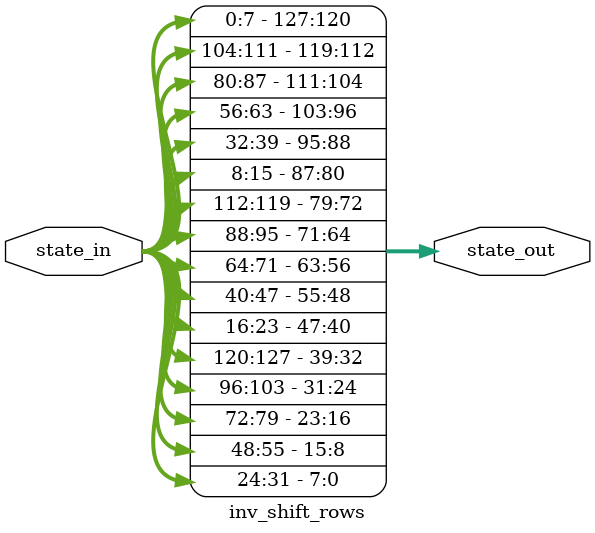
<source format=v>
module inv_shift_rows( state_in, state_out);
	
 input [0:127] state_in;

 output [0:127] state_out;

 // First row is not shifted
 assign state_out [0:7] = state_in [0:7];
 assign state_out [32:39] = state_in [32:39];
 assign state_out [64:71] = state_in [64:71];
 assign state_out [96:103] = state_in [96:103];

 // Second row shifted by 1
 assign state_out [8:15] = state_in [104:111];
 assign state_out [40:47] = state_in [8:15];
 assign state_out [72:79] = state_in [40:47];
 assign state_out [104:111] = state_in [72:79];

 // Third row shifted by 2
 assign state_out [16:23] = state_in [80:87];
 assign state_out [48:55] = state_in [112:119];
 assign state_out [80:87] = state_in [16:23];
 assign state_out [112:119] = state_in [48:55];

 // Fourth row shifted by 3
 assign state_out [24:31] = state_in [56:63];
 assign state_out [56:63] = state_in [88:95];
 assign state_out [88:95] = state_in [120:127];
 assign state_out [120:127] = state_in [24:31];

	
endmodule

</source>
